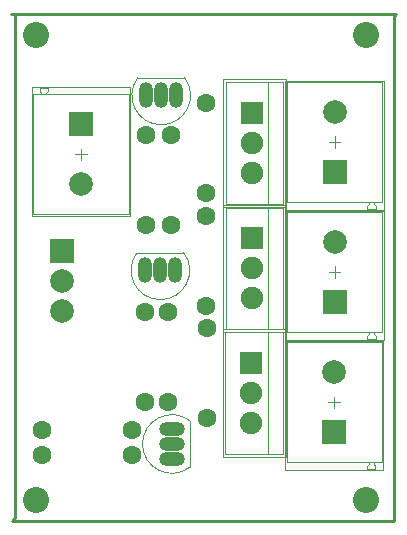
<source format=gts>
G04*
G04 #@! TF.GenerationSoftware,Altium Limited,Altium Designer,19.0.15 (446)*
G04*
G04 Layer_Color=8388736*
%FSLAX44Y44*%
%MOMM*%
G71*
G01*
G75*
%ADD12C,0.2540*%
%ADD13C,0.1000*%
%ADD14C,0.0500*%
%ADD15C,2.2098*%
%ADD16C,2.0032*%
%ADD17R,2.0032X2.0032*%
%ADD18C,1.6032*%
%ADD19O,1.2032X2.2032*%
%ADD20O,1.2032X2.2032*%
%ADD21O,2.2032X1.2032*%
%ADD22O,2.2032X1.2032*%
%ADD23C,1.9032*%
%ADD24R,1.9032X1.9032*%
D12*
X197000Y63000D02*
Y490000D01*
X195000Y61000D02*
X197000Y63000D01*
X195000Y61000D02*
X518000D01*
Y488000D01*
X520000Y490000D01*
X194000D02*
X520000D01*
D13*
X300500Y288000D02*
G03*
X340100Y288000I19800J-15000D01*
G01*
X301200Y436112D02*
G03*
X340800Y436112I19800J-15000D01*
G01*
X345000Y145800D02*
G03*
X345000Y106200I-15000J-19800D01*
G01*
X218130Y424982D02*
X219629Y423200D01*
Y421913D02*
Y423200D01*
X218130Y424984D02*
Y427612D01*
X293398Y320313D02*
Y421913D01*
X212399Y320313D02*
Y421913D01*
X293398D01*
X212399Y320313D02*
X293398D01*
X218130Y427612D02*
X225267D01*
X225268Y427611D01*
Y424984D02*
Y427613D01*
X223768Y421913D02*
Y423200D01*
X225270Y424982D01*
X501000Y219297D02*
X502499Y217514D01*
X501000Y219297D02*
Y220583D01*
X502499Y214884D02*
Y217512D01*
X427230Y220583D02*
Y322183D01*
X508230Y220583D02*
Y322183D01*
X427230Y220583D02*
X508230D01*
X427230Y322183D02*
X508230D01*
X495362Y214884D02*
X502499D01*
X495361Y214885D02*
X495362Y214884D01*
X495361Y214883D02*
Y217513D01*
X496861Y219297D02*
Y220583D01*
X495359Y217514D02*
X496861Y219297D01*
X500855Y109061D02*
X502354Y107278D01*
X500855Y109061D02*
Y110347D01*
X502354Y104648D02*
Y107276D01*
X427085Y110347D02*
Y211947D01*
X508085Y110347D02*
Y211947D01*
X427085Y110347D02*
X508085D01*
X427085Y211947D02*
X508085D01*
X495217Y104648D02*
X502354D01*
X495216Y104649D02*
X495217Y104648D01*
X495216Y104647D02*
Y107277D01*
X496716Y109061D02*
Y110347D01*
X495214Y107278D02*
X496716Y109061D01*
X501000Y329425D02*
X502499Y327642D01*
X501000Y329425D02*
Y330711D01*
X502499Y325012D02*
Y327640D01*
X427230Y330711D02*
Y432311D01*
X508230Y330711D02*
Y432311D01*
X427230Y330711D02*
X508230D01*
X427230Y432311D02*
X508230D01*
X495362Y325012D02*
X502499D01*
X495361Y325013D02*
X495362Y325012D01*
X495361Y325011D02*
Y327640D01*
X496861Y329425D02*
Y330711D01*
X495359Y327642D02*
X496861Y329425D01*
X300500Y288000D02*
X340100D01*
X301200Y436112D02*
X340800D01*
X345000Y106200D02*
Y145800D01*
X411680Y329104D02*
Y432104D01*
X375680Y329104D02*
X424180D01*
X375680Y432104D02*
X424180D01*
Y329104D02*
Y432104D01*
X375680Y329104D02*
Y432104D01*
X411680Y223186D02*
Y326186D01*
X375680Y223186D02*
X424180D01*
X375680Y326186D02*
X424180D01*
Y223186D02*
Y326186D01*
X375680Y223186D02*
Y326186D01*
X411426Y117522D02*
Y220522D01*
X375426Y117522D02*
X423926D01*
X375426Y220522D02*
X423926D01*
Y117522D02*
Y220522D01*
X375426Y117522D02*
Y220522D01*
X252900Y366112D02*
Y376112D01*
X247900Y371112D02*
X257900D01*
X467729Y266384D02*
Y276384D01*
X462729Y271384D02*
X472729D01*
X467584Y156148D02*
Y166148D01*
X462584Y161148D02*
X472584D01*
X467729Y376512D02*
Y386512D01*
X462729Y381512D02*
X472729D01*
X320300Y268000D02*
Y278000D01*
X315300Y273000D02*
X325300D01*
X316000Y421112D02*
X326000D01*
X321000Y416112D02*
Y426112D01*
X330000Y121000D02*
Y131000D01*
X325000Y126000D02*
X335000D01*
X397480Y375604D02*
Y385604D01*
X392480Y380604D02*
X402480D01*
X397480Y269686D02*
Y279686D01*
X392480Y274686D02*
X402480D01*
X397226Y164022D02*
Y174022D01*
X392226Y169022D02*
X402226D01*
D14*
X211400Y319313D02*
X294400D01*
X294399D02*
Y428611D01*
X211400Y319313D02*
Y428611D01*
X294399D01*
X426229Y323183D02*
X509230D01*
X426230Y213885D02*
Y323183D01*
X509230Y213885D02*
Y323183D01*
X426230Y213885D02*
X509230D01*
X426085Y212947D02*
X509085D01*
X426085Y103649D02*
Y212947D01*
X509085Y103649D02*
Y212947D01*
X426085Y103649D02*
X509085D01*
X426229Y433311D02*
X509230D01*
X426230Y324013D02*
Y433311D01*
X509230Y324013D02*
Y433311D01*
X426230Y324013D02*
X509230D01*
X373180Y326604D02*
X426680D01*
X373180Y434604D02*
X426680D01*
Y326604D02*
Y434604D01*
X373180Y326604D02*
Y434604D01*
Y220686D02*
X426680D01*
X373180Y328686D02*
X426680D01*
Y220686D02*
Y328686D01*
X373180Y220686D02*
Y328686D01*
X372926Y115022D02*
X426426D01*
X372926Y223022D02*
X426426D01*
Y115022D02*
Y223022D01*
X372926Y115022D02*
Y223022D01*
D15*
X494030Y78740D02*
D03*
X214630D02*
D03*
X494030Y472440D02*
D03*
X214630D02*
D03*
D16*
X252900Y345712D02*
D03*
X467729Y296784D02*
D03*
X467584Y186548D02*
D03*
X467729Y406912D02*
D03*
X237000Y264112D02*
D03*
Y238712D02*
D03*
D17*
X252900Y396512D02*
D03*
X467729Y245984D02*
D03*
X467584Y135748D02*
D03*
X467729Y356112D02*
D03*
X237000Y289512D02*
D03*
D18*
X359460Y147990D02*
D03*
Y224190D02*
D03*
X307000Y161900D02*
D03*
Y238100D02*
D03*
X327000Y161900D02*
D03*
Y238100D02*
D03*
X308300Y388000D02*
D03*
Y311800D02*
D03*
X296100Y138000D02*
D03*
X219900D02*
D03*
X329000Y311800D02*
D03*
Y388000D02*
D03*
X219900Y117000D02*
D03*
X296100D02*
D03*
X359206Y243240D02*
D03*
Y319440D02*
D03*
Y338236D02*
D03*
Y414436D02*
D03*
D19*
X307600Y273000D02*
D03*
X333000D02*
D03*
X333700Y421112D02*
D03*
X308300D02*
D03*
D20*
X320300Y273000D02*
D03*
X321000Y421112D02*
D03*
D21*
X330000Y113300D02*
D03*
Y138700D02*
D03*
D22*
Y126000D02*
D03*
D23*
X397480Y355204D02*
D03*
Y380604D02*
D03*
Y249286D02*
D03*
Y274686D02*
D03*
X397226Y143622D02*
D03*
Y169022D02*
D03*
D24*
X397480Y406004D02*
D03*
Y300086D02*
D03*
X397226Y194422D02*
D03*
M02*

</source>
